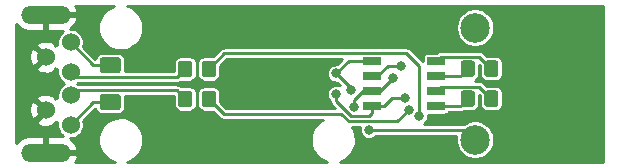
<source format=gbr>
%TF.GenerationSoftware,KiCad,Pcbnew,(5.1.0)-1*%
%TF.CreationDate,2024-04-08T09:54:17+02:00*%
%TF.ProjectId,USB-UART_RS422,5553422d-5541-4525-945f-52533432322e,rev?*%
%TF.SameCoordinates,Original*%
%TF.FileFunction,Copper,L2,Bot*%
%TF.FilePolarity,Positive*%
%FSLAX46Y46*%
G04 Gerber Fmt 4.6, Leading zero omitted, Abs format (unit mm)*
G04 Created by KiCad (PCBNEW (5.1.0)-1) date 2024-04-08 09:54:17*
%MOMM*%
%LPD*%
G04 APERTURE LIST*
%TA.AperFunction,Conductor*%
%ADD10C,0.100000*%
%TD*%
%TA.AperFunction,SMDPad,CuDef*%
%ADD11C,1.200000*%
%TD*%
%TA.AperFunction,SMDPad,CuDef*%
%ADD12C,1.325000*%
%TD*%
%TA.AperFunction,SMDPad,CuDef*%
%ADD13R,1.525000X0.650000*%
%TD*%
%TA.AperFunction,ComponentPad*%
%ADD14C,2.500000*%
%TD*%
%TA.AperFunction,ComponentPad*%
%ADD15C,1.524000*%
%TD*%
%TA.AperFunction,ComponentPad*%
%ADD16O,4.200000X1.524000*%
%TD*%
%TA.AperFunction,ViaPad*%
%ADD17C,0.800000*%
%TD*%
%TA.AperFunction,Conductor*%
%ADD18C,0.250000*%
%TD*%
%TA.AperFunction,Conductor*%
%ADD19C,0.254000*%
%TD*%
G04 APERTURE END LIST*
D10*
%TO.N,Net-(IC1-Pad7)*%
%TO.C,R3*%
G36*
X150754505Y-96571204D02*
G01*
X150778773Y-96574804D01*
X150802572Y-96580765D01*
X150825671Y-96589030D01*
X150847850Y-96599520D01*
X150868893Y-96612132D01*
X150888599Y-96626747D01*
X150906777Y-96643223D01*
X150923253Y-96661401D01*
X150937868Y-96681107D01*
X150950480Y-96702150D01*
X150960970Y-96724329D01*
X150969235Y-96747428D01*
X150975196Y-96771227D01*
X150978796Y-96795495D01*
X150980000Y-96819999D01*
X150980000Y-97720001D01*
X150978796Y-97744505D01*
X150975196Y-97768773D01*
X150969235Y-97792572D01*
X150960970Y-97815671D01*
X150950480Y-97837850D01*
X150937868Y-97858893D01*
X150923253Y-97878599D01*
X150906777Y-97896777D01*
X150888599Y-97913253D01*
X150868893Y-97927868D01*
X150847850Y-97940480D01*
X150825671Y-97950970D01*
X150802572Y-97959235D01*
X150778773Y-97965196D01*
X150754505Y-97968796D01*
X150730001Y-97970000D01*
X150029999Y-97970000D01*
X150005495Y-97968796D01*
X149981227Y-97965196D01*
X149957428Y-97959235D01*
X149934329Y-97950970D01*
X149912150Y-97940480D01*
X149891107Y-97927868D01*
X149871401Y-97913253D01*
X149853223Y-97896777D01*
X149836747Y-97878599D01*
X149822132Y-97858893D01*
X149809520Y-97837850D01*
X149799030Y-97815671D01*
X149790765Y-97792572D01*
X149784804Y-97768773D01*
X149781204Y-97744505D01*
X149780000Y-97720001D01*
X149780000Y-96819999D01*
X149781204Y-96795495D01*
X149784804Y-96771227D01*
X149790765Y-96747428D01*
X149799030Y-96724329D01*
X149809520Y-96702150D01*
X149822132Y-96681107D01*
X149836747Y-96661401D01*
X149853223Y-96643223D01*
X149871401Y-96626747D01*
X149891107Y-96612132D01*
X149912150Y-96599520D01*
X149934329Y-96589030D01*
X149957428Y-96580765D01*
X149981227Y-96574804D01*
X150005495Y-96571204D01*
X150029999Y-96570000D01*
X150730001Y-96570000D01*
X150754505Y-96571204D01*
X150754505Y-96571204D01*
G37*
D11*
%TD*%
%TO.P,R3,2*%
%TO.N,Net-(IC1-Pad7)*%
X150380000Y-97270000D03*
D10*
%TO.N,Net-(IC1-Pad8)*%
%TO.C,R3*%
G36*
X148754505Y-96571204D02*
G01*
X148778773Y-96574804D01*
X148802572Y-96580765D01*
X148825671Y-96589030D01*
X148847850Y-96599520D01*
X148868893Y-96612132D01*
X148888599Y-96626747D01*
X148906777Y-96643223D01*
X148923253Y-96661401D01*
X148937868Y-96681107D01*
X148950480Y-96702150D01*
X148960970Y-96724329D01*
X148969235Y-96747428D01*
X148975196Y-96771227D01*
X148978796Y-96795495D01*
X148980000Y-96819999D01*
X148980000Y-97720001D01*
X148978796Y-97744505D01*
X148975196Y-97768773D01*
X148969235Y-97792572D01*
X148960970Y-97815671D01*
X148950480Y-97837850D01*
X148937868Y-97858893D01*
X148923253Y-97878599D01*
X148906777Y-97896777D01*
X148888599Y-97913253D01*
X148868893Y-97927868D01*
X148847850Y-97940480D01*
X148825671Y-97950970D01*
X148802572Y-97959235D01*
X148778773Y-97965196D01*
X148754505Y-97968796D01*
X148730001Y-97970000D01*
X148029999Y-97970000D01*
X148005495Y-97968796D01*
X147981227Y-97965196D01*
X147957428Y-97959235D01*
X147934329Y-97950970D01*
X147912150Y-97940480D01*
X147891107Y-97927868D01*
X147871401Y-97913253D01*
X147853223Y-97896777D01*
X147836747Y-97878599D01*
X147822132Y-97858893D01*
X147809520Y-97837850D01*
X147799030Y-97815671D01*
X147790765Y-97792572D01*
X147784804Y-97768773D01*
X147781204Y-97744505D01*
X147780000Y-97720001D01*
X147780000Y-96819999D01*
X147781204Y-96795495D01*
X147784804Y-96771227D01*
X147790765Y-96747428D01*
X147799030Y-96724329D01*
X147809520Y-96702150D01*
X147822132Y-96681107D01*
X147836747Y-96661401D01*
X147853223Y-96643223D01*
X147871401Y-96626747D01*
X147891107Y-96612132D01*
X147912150Y-96599520D01*
X147934329Y-96589030D01*
X147957428Y-96580765D01*
X147981227Y-96574804D01*
X148005495Y-96571204D01*
X148029999Y-96570000D01*
X148730001Y-96570000D01*
X148754505Y-96571204D01*
X148754505Y-96571204D01*
G37*
D11*
%TD*%
%TO.P,R3,1*%
%TO.N,Net-(IC1-Pad8)*%
X148380000Y-97270000D03*
D10*
%TO.N,Net-(C0-Pad1)*%
%TO.C,C0*%
G36*
X118784506Y-96901204D02*
G01*
X118808774Y-96904804D01*
X118832573Y-96910765D01*
X118855672Y-96919030D01*
X118877850Y-96929519D01*
X118898893Y-96942132D01*
X118918599Y-96956747D01*
X118936777Y-96973223D01*
X118953253Y-96991401D01*
X118967868Y-97011107D01*
X118980481Y-97032150D01*
X118990970Y-97054328D01*
X118999235Y-97077427D01*
X119005196Y-97101226D01*
X119008796Y-97125494D01*
X119010000Y-97149998D01*
X119010000Y-97975002D01*
X119008796Y-97999506D01*
X119005196Y-98023774D01*
X118999235Y-98047573D01*
X118990970Y-98070672D01*
X118980481Y-98092850D01*
X118967868Y-98113893D01*
X118953253Y-98133599D01*
X118936777Y-98151777D01*
X118918599Y-98168253D01*
X118898893Y-98182868D01*
X118877850Y-98195481D01*
X118855672Y-98205970D01*
X118832573Y-98214235D01*
X118808774Y-98220196D01*
X118784506Y-98223796D01*
X118760002Y-98225000D01*
X117459998Y-98225000D01*
X117435494Y-98223796D01*
X117411226Y-98220196D01*
X117387427Y-98214235D01*
X117364328Y-98205970D01*
X117342150Y-98195481D01*
X117321107Y-98182868D01*
X117301401Y-98168253D01*
X117283223Y-98151777D01*
X117266747Y-98133599D01*
X117252132Y-98113893D01*
X117239519Y-98092850D01*
X117229030Y-98070672D01*
X117220765Y-98047573D01*
X117214804Y-98023774D01*
X117211204Y-97999506D01*
X117210000Y-97975002D01*
X117210000Y-97149998D01*
X117211204Y-97125494D01*
X117214804Y-97101226D01*
X117220765Y-97077427D01*
X117229030Y-97054328D01*
X117239519Y-97032150D01*
X117252132Y-97011107D01*
X117266747Y-96991401D01*
X117283223Y-96973223D01*
X117301401Y-96956747D01*
X117321107Y-96942132D01*
X117342150Y-96929519D01*
X117364328Y-96919030D01*
X117387427Y-96910765D01*
X117411226Y-96904804D01*
X117435494Y-96901204D01*
X117459998Y-96900000D01*
X118760002Y-96900000D01*
X118784506Y-96901204D01*
X118784506Y-96901204D01*
G37*
D12*
%TD*%
%TO.P,C0,1*%
%TO.N,Net-(C0-Pad1)*%
X118110000Y-97562500D03*
D10*
%TO.N,GND*%
%TO.C,C0*%
G36*
X118784506Y-93776204D02*
G01*
X118808774Y-93779804D01*
X118832573Y-93785765D01*
X118855672Y-93794030D01*
X118877850Y-93804519D01*
X118898893Y-93817132D01*
X118918599Y-93831747D01*
X118936777Y-93848223D01*
X118953253Y-93866401D01*
X118967868Y-93886107D01*
X118980481Y-93907150D01*
X118990970Y-93929328D01*
X118999235Y-93952427D01*
X119005196Y-93976226D01*
X119008796Y-94000494D01*
X119010000Y-94024998D01*
X119010000Y-94850002D01*
X119008796Y-94874506D01*
X119005196Y-94898774D01*
X118999235Y-94922573D01*
X118990970Y-94945672D01*
X118980481Y-94967850D01*
X118967868Y-94988893D01*
X118953253Y-95008599D01*
X118936777Y-95026777D01*
X118918599Y-95043253D01*
X118898893Y-95057868D01*
X118877850Y-95070481D01*
X118855672Y-95080970D01*
X118832573Y-95089235D01*
X118808774Y-95095196D01*
X118784506Y-95098796D01*
X118760002Y-95100000D01*
X117459998Y-95100000D01*
X117435494Y-95098796D01*
X117411226Y-95095196D01*
X117387427Y-95089235D01*
X117364328Y-95080970D01*
X117342150Y-95070481D01*
X117321107Y-95057868D01*
X117301401Y-95043253D01*
X117283223Y-95026777D01*
X117266747Y-95008599D01*
X117252132Y-94988893D01*
X117239519Y-94967850D01*
X117229030Y-94945672D01*
X117220765Y-94922573D01*
X117214804Y-94898774D01*
X117211204Y-94874506D01*
X117210000Y-94850002D01*
X117210000Y-94024998D01*
X117211204Y-94000494D01*
X117214804Y-93976226D01*
X117220765Y-93952427D01*
X117229030Y-93929328D01*
X117239519Y-93907150D01*
X117252132Y-93886107D01*
X117266747Y-93866401D01*
X117283223Y-93848223D01*
X117301401Y-93831747D01*
X117321107Y-93817132D01*
X117342150Y-93804519D01*
X117364328Y-93794030D01*
X117387427Y-93785765D01*
X117411226Y-93779804D01*
X117435494Y-93776204D01*
X117459998Y-93775000D01*
X118760002Y-93775000D01*
X118784506Y-93776204D01*
X118784506Y-93776204D01*
G37*
D12*
%TD*%
%TO.P,C0,2*%
%TO.N,GND*%
X118110000Y-94437500D03*
D13*
%TO.P,IC1,1*%
%TO.N,/3.3V*%
X140288000Y-97905000D03*
%TO.P,IC1,2*%
%TO.N,Net-(IC0-Pad4)*%
X140288000Y-96635000D03*
%TO.P,IC1,3*%
%TO.N,Net-(IC0-Pad20)*%
X140288000Y-95365000D03*
%TO.P,IC1,4*%
%TO.N,GND*%
X140288000Y-94095000D03*
%TO.P,IC1,5*%
%TO.N,Net-(IC1-Pad5)*%
X145712000Y-94095000D03*
%TO.P,IC1,6*%
%TO.N,Net-(IC1-Pad6)*%
X145712000Y-95365000D03*
%TO.P,IC1,7*%
%TO.N,Net-(IC1-Pad7)*%
X145712000Y-96635000D03*
%TO.P,IC1,8*%
%TO.N,Net-(IC1-Pad8)*%
X145712000Y-97905000D03*
%TD*%
D10*
%TO.N,Net-(IC0-Pad11)*%
%TO.C,R1*%
G36*
X126834505Y-94051204D02*
G01*
X126858773Y-94054804D01*
X126882572Y-94060765D01*
X126905671Y-94069030D01*
X126927850Y-94079520D01*
X126948893Y-94092132D01*
X126968599Y-94106747D01*
X126986777Y-94123223D01*
X127003253Y-94141401D01*
X127017868Y-94161107D01*
X127030480Y-94182150D01*
X127040970Y-94204329D01*
X127049235Y-94227428D01*
X127055196Y-94251227D01*
X127058796Y-94275495D01*
X127060000Y-94299999D01*
X127060000Y-95200001D01*
X127058796Y-95224505D01*
X127055196Y-95248773D01*
X127049235Y-95272572D01*
X127040970Y-95295671D01*
X127030480Y-95317850D01*
X127017868Y-95338893D01*
X127003253Y-95358599D01*
X126986777Y-95376777D01*
X126968599Y-95393253D01*
X126948893Y-95407868D01*
X126927850Y-95420480D01*
X126905671Y-95430970D01*
X126882572Y-95439235D01*
X126858773Y-95445196D01*
X126834505Y-95448796D01*
X126810001Y-95450000D01*
X126109999Y-95450000D01*
X126085495Y-95448796D01*
X126061227Y-95445196D01*
X126037428Y-95439235D01*
X126014329Y-95430970D01*
X125992150Y-95420480D01*
X125971107Y-95407868D01*
X125951401Y-95393253D01*
X125933223Y-95376777D01*
X125916747Y-95358599D01*
X125902132Y-95338893D01*
X125889520Y-95317850D01*
X125879030Y-95295671D01*
X125870765Y-95272572D01*
X125864804Y-95248773D01*
X125861204Y-95224505D01*
X125860000Y-95200001D01*
X125860000Y-94299999D01*
X125861204Y-94275495D01*
X125864804Y-94251227D01*
X125870765Y-94227428D01*
X125879030Y-94204329D01*
X125889520Y-94182150D01*
X125902132Y-94161107D01*
X125916747Y-94141401D01*
X125933223Y-94123223D01*
X125951401Y-94106747D01*
X125971107Y-94092132D01*
X125992150Y-94079520D01*
X126014329Y-94069030D01*
X126037428Y-94060765D01*
X126061227Y-94054804D01*
X126085495Y-94051204D01*
X126109999Y-94050000D01*
X126810001Y-94050000D01*
X126834505Y-94051204D01*
X126834505Y-94051204D01*
G37*
D11*
%TD*%
%TO.P,R1,1*%
%TO.N,Net-(IC0-Pad11)*%
X126460000Y-94750000D03*
D10*
%TO.N,/D+*%
%TO.C,R1*%
G36*
X124834505Y-94051204D02*
G01*
X124858773Y-94054804D01*
X124882572Y-94060765D01*
X124905671Y-94069030D01*
X124927850Y-94079520D01*
X124948893Y-94092132D01*
X124968599Y-94106747D01*
X124986777Y-94123223D01*
X125003253Y-94141401D01*
X125017868Y-94161107D01*
X125030480Y-94182150D01*
X125040970Y-94204329D01*
X125049235Y-94227428D01*
X125055196Y-94251227D01*
X125058796Y-94275495D01*
X125060000Y-94299999D01*
X125060000Y-95200001D01*
X125058796Y-95224505D01*
X125055196Y-95248773D01*
X125049235Y-95272572D01*
X125040970Y-95295671D01*
X125030480Y-95317850D01*
X125017868Y-95338893D01*
X125003253Y-95358599D01*
X124986777Y-95376777D01*
X124968599Y-95393253D01*
X124948893Y-95407868D01*
X124927850Y-95420480D01*
X124905671Y-95430970D01*
X124882572Y-95439235D01*
X124858773Y-95445196D01*
X124834505Y-95448796D01*
X124810001Y-95450000D01*
X124109999Y-95450000D01*
X124085495Y-95448796D01*
X124061227Y-95445196D01*
X124037428Y-95439235D01*
X124014329Y-95430970D01*
X123992150Y-95420480D01*
X123971107Y-95407868D01*
X123951401Y-95393253D01*
X123933223Y-95376777D01*
X123916747Y-95358599D01*
X123902132Y-95338893D01*
X123889520Y-95317850D01*
X123879030Y-95295671D01*
X123870765Y-95272572D01*
X123864804Y-95248773D01*
X123861204Y-95224505D01*
X123860000Y-95200001D01*
X123860000Y-94299999D01*
X123861204Y-94275495D01*
X123864804Y-94251227D01*
X123870765Y-94227428D01*
X123879030Y-94204329D01*
X123889520Y-94182150D01*
X123902132Y-94161107D01*
X123916747Y-94141401D01*
X123933223Y-94123223D01*
X123951401Y-94106747D01*
X123971107Y-94092132D01*
X123992150Y-94079520D01*
X124014329Y-94069030D01*
X124037428Y-94060765D01*
X124061227Y-94054804D01*
X124085495Y-94051204D01*
X124109999Y-94050000D01*
X124810001Y-94050000D01*
X124834505Y-94051204D01*
X124834505Y-94051204D01*
G37*
D11*
%TD*%
%TO.P,R1,2*%
%TO.N,/D+*%
X124460000Y-94750000D03*
D10*
%TO.N,Net-(IC0-Pad12)*%
%TO.C,R2*%
G36*
X126834505Y-96591204D02*
G01*
X126858773Y-96594804D01*
X126882572Y-96600765D01*
X126905671Y-96609030D01*
X126927850Y-96619520D01*
X126948893Y-96632132D01*
X126968599Y-96646747D01*
X126986777Y-96663223D01*
X127003253Y-96681401D01*
X127017868Y-96701107D01*
X127030480Y-96722150D01*
X127040970Y-96744329D01*
X127049235Y-96767428D01*
X127055196Y-96791227D01*
X127058796Y-96815495D01*
X127060000Y-96839999D01*
X127060000Y-97740001D01*
X127058796Y-97764505D01*
X127055196Y-97788773D01*
X127049235Y-97812572D01*
X127040970Y-97835671D01*
X127030480Y-97857850D01*
X127017868Y-97878893D01*
X127003253Y-97898599D01*
X126986777Y-97916777D01*
X126968599Y-97933253D01*
X126948893Y-97947868D01*
X126927850Y-97960480D01*
X126905671Y-97970970D01*
X126882572Y-97979235D01*
X126858773Y-97985196D01*
X126834505Y-97988796D01*
X126810001Y-97990000D01*
X126109999Y-97990000D01*
X126085495Y-97988796D01*
X126061227Y-97985196D01*
X126037428Y-97979235D01*
X126014329Y-97970970D01*
X125992150Y-97960480D01*
X125971107Y-97947868D01*
X125951401Y-97933253D01*
X125933223Y-97916777D01*
X125916747Y-97898599D01*
X125902132Y-97878893D01*
X125889520Y-97857850D01*
X125879030Y-97835671D01*
X125870765Y-97812572D01*
X125864804Y-97788773D01*
X125861204Y-97764505D01*
X125860000Y-97740001D01*
X125860000Y-96839999D01*
X125861204Y-96815495D01*
X125864804Y-96791227D01*
X125870765Y-96767428D01*
X125879030Y-96744329D01*
X125889520Y-96722150D01*
X125902132Y-96701107D01*
X125916747Y-96681401D01*
X125933223Y-96663223D01*
X125951401Y-96646747D01*
X125971107Y-96632132D01*
X125992150Y-96619520D01*
X126014329Y-96609030D01*
X126037428Y-96600765D01*
X126061227Y-96594804D01*
X126085495Y-96591204D01*
X126109999Y-96590000D01*
X126810001Y-96590000D01*
X126834505Y-96591204D01*
X126834505Y-96591204D01*
G37*
D11*
%TD*%
%TO.P,R2,1*%
%TO.N,Net-(IC0-Pad12)*%
X126460000Y-97290000D03*
D10*
%TO.N,/D-*%
%TO.C,R2*%
G36*
X124834505Y-96591204D02*
G01*
X124858773Y-96594804D01*
X124882572Y-96600765D01*
X124905671Y-96609030D01*
X124927850Y-96619520D01*
X124948893Y-96632132D01*
X124968599Y-96646747D01*
X124986777Y-96663223D01*
X125003253Y-96681401D01*
X125017868Y-96701107D01*
X125030480Y-96722150D01*
X125040970Y-96744329D01*
X125049235Y-96767428D01*
X125055196Y-96791227D01*
X125058796Y-96815495D01*
X125060000Y-96839999D01*
X125060000Y-97740001D01*
X125058796Y-97764505D01*
X125055196Y-97788773D01*
X125049235Y-97812572D01*
X125040970Y-97835671D01*
X125030480Y-97857850D01*
X125017868Y-97878893D01*
X125003253Y-97898599D01*
X124986777Y-97916777D01*
X124968599Y-97933253D01*
X124948893Y-97947868D01*
X124927850Y-97960480D01*
X124905671Y-97970970D01*
X124882572Y-97979235D01*
X124858773Y-97985196D01*
X124834505Y-97988796D01*
X124810001Y-97990000D01*
X124109999Y-97990000D01*
X124085495Y-97988796D01*
X124061227Y-97985196D01*
X124037428Y-97979235D01*
X124014329Y-97970970D01*
X123992150Y-97960480D01*
X123971107Y-97947868D01*
X123951401Y-97933253D01*
X123933223Y-97916777D01*
X123916747Y-97898599D01*
X123902132Y-97878893D01*
X123889520Y-97857850D01*
X123879030Y-97835671D01*
X123870765Y-97812572D01*
X123864804Y-97788773D01*
X123861204Y-97764505D01*
X123860000Y-97740001D01*
X123860000Y-96839999D01*
X123861204Y-96815495D01*
X123864804Y-96791227D01*
X123870765Y-96767428D01*
X123879030Y-96744329D01*
X123889520Y-96722150D01*
X123902132Y-96701107D01*
X123916747Y-96681401D01*
X123933223Y-96663223D01*
X123951401Y-96646747D01*
X123971107Y-96632132D01*
X123992150Y-96619520D01*
X124014329Y-96609030D01*
X124037428Y-96600765D01*
X124061227Y-96594804D01*
X124085495Y-96591204D01*
X124109999Y-96590000D01*
X124810001Y-96590000D01*
X124834505Y-96591204D01*
X124834505Y-96591204D01*
G37*
D11*
%TD*%
%TO.P,R2,2*%
%TO.N,/D-*%
X124460000Y-97290000D03*
D10*
%TO.N,Net-(IC1-Pad5)*%
%TO.C,R4*%
G36*
X150754505Y-94031204D02*
G01*
X150778773Y-94034804D01*
X150802572Y-94040765D01*
X150825671Y-94049030D01*
X150847850Y-94059520D01*
X150868893Y-94072132D01*
X150888599Y-94086747D01*
X150906777Y-94103223D01*
X150923253Y-94121401D01*
X150937868Y-94141107D01*
X150950480Y-94162150D01*
X150960970Y-94184329D01*
X150969235Y-94207428D01*
X150975196Y-94231227D01*
X150978796Y-94255495D01*
X150980000Y-94279999D01*
X150980000Y-95180001D01*
X150978796Y-95204505D01*
X150975196Y-95228773D01*
X150969235Y-95252572D01*
X150960970Y-95275671D01*
X150950480Y-95297850D01*
X150937868Y-95318893D01*
X150923253Y-95338599D01*
X150906777Y-95356777D01*
X150888599Y-95373253D01*
X150868893Y-95387868D01*
X150847850Y-95400480D01*
X150825671Y-95410970D01*
X150802572Y-95419235D01*
X150778773Y-95425196D01*
X150754505Y-95428796D01*
X150730001Y-95430000D01*
X150029999Y-95430000D01*
X150005495Y-95428796D01*
X149981227Y-95425196D01*
X149957428Y-95419235D01*
X149934329Y-95410970D01*
X149912150Y-95400480D01*
X149891107Y-95387868D01*
X149871401Y-95373253D01*
X149853223Y-95356777D01*
X149836747Y-95338599D01*
X149822132Y-95318893D01*
X149809520Y-95297850D01*
X149799030Y-95275671D01*
X149790765Y-95252572D01*
X149784804Y-95228773D01*
X149781204Y-95204505D01*
X149780000Y-95180001D01*
X149780000Y-94279999D01*
X149781204Y-94255495D01*
X149784804Y-94231227D01*
X149790765Y-94207428D01*
X149799030Y-94184329D01*
X149809520Y-94162150D01*
X149822132Y-94141107D01*
X149836747Y-94121401D01*
X149853223Y-94103223D01*
X149871401Y-94086747D01*
X149891107Y-94072132D01*
X149912150Y-94059520D01*
X149934329Y-94049030D01*
X149957428Y-94040765D01*
X149981227Y-94034804D01*
X150005495Y-94031204D01*
X150029999Y-94030000D01*
X150730001Y-94030000D01*
X150754505Y-94031204D01*
X150754505Y-94031204D01*
G37*
D11*
%TD*%
%TO.P,R4,2*%
%TO.N,Net-(IC1-Pad5)*%
X150380000Y-94730000D03*
D10*
%TO.N,Net-(IC1-Pad6)*%
%TO.C,R4*%
G36*
X148754505Y-94031204D02*
G01*
X148778773Y-94034804D01*
X148802572Y-94040765D01*
X148825671Y-94049030D01*
X148847850Y-94059520D01*
X148868893Y-94072132D01*
X148888599Y-94086747D01*
X148906777Y-94103223D01*
X148923253Y-94121401D01*
X148937868Y-94141107D01*
X148950480Y-94162150D01*
X148960970Y-94184329D01*
X148969235Y-94207428D01*
X148975196Y-94231227D01*
X148978796Y-94255495D01*
X148980000Y-94279999D01*
X148980000Y-95180001D01*
X148978796Y-95204505D01*
X148975196Y-95228773D01*
X148969235Y-95252572D01*
X148960970Y-95275671D01*
X148950480Y-95297850D01*
X148937868Y-95318893D01*
X148923253Y-95338599D01*
X148906777Y-95356777D01*
X148888599Y-95373253D01*
X148868893Y-95387868D01*
X148847850Y-95400480D01*
X148825671Y-95410970D01*
X148802572Y-95419235D01*
X148778773Y-95425196D01*
X148754505Y-95428796D01*
X148730001Y-95430000D01*
X148029999Y-95430000D01*
X148005495Y-95428796D01*
X147981227Y-95425196D01*
X147957428Y-95419235D01*
X147934329Y-95410970D01*
X147912150Y-95400480D01*
X147891107Y-95387868D01*
X147871401Y-95373253D01*
X147853223Y-95356777D01*
X147836747Y-95338599D01*
X147822132Y-95318893D01*
X147809520Y-95297850D01*
X147799030Y-95275671D01*
X147790765Y-95252572D01*
X147784804Y-95228773D01*
X147781204Y-95204505D01*
X147780000Y-95180001D01*
X147780000Y-94279999D01*
X147781204Y-94255495D01*
X147784804Y-94231227D01*
X147790765Y-94207428D01*
X147799030Y-94184329D01*
X147809520Y-94162150D01*
X147822132Y-94141107D01*
X147836747Y-94121401D01*
X147853223Y-94103223D01*
X147871401Y-94086747D01*
X147891107Y-94072132D01*
X147912150Y-94059520D01*
X147934329Y-94049030D01*
X147957428Y-94040765D01*
X147981227Y-94034804D01*
X148005495Y-94031204D01*
X148029999Y-94030000D01*
X148730001Y-94030000D01*
X148754505Y-94031204D01*
X148754505Y-94031204D01*
G37*
D11*
%TD*%
%TO.P,R4,1*%
%TO.N,Net-(IC1-Pad6)*%
X148380000Y-94730000D03*
D14*
%TO.P,RX0,1*%
%TO.N,Net-(IC0-Pad4)*%
X149000000Y-100750000D03*
%TD*%
%TO.P,TX0,1*%
%TO.N,Net-(IC0-Pad20)*%
X149000000Y-91250000D03*
%TD*%
D15*
%TO.P,U0,3*%
%TO.N,/D+*%
X114750000Y-95000000D03*
%TO.P,U0,2*%
%TO.N,/D-*%
X114750000Y-97000000D03*
%TO.P,U0,4*%
%TO.N,GND*%
X114750000Y-92500000D03*
%TO.P,U0,1*%
%TO.N,Net-(C0-Pad1)*%
X114750000Y-99500000D03*
%TO.P,U0,5*%
%TO.N,/SHIELD*%
X112650000Y-93750000D03*
X112650000Y-98250000D03*
D16*
X112650000Y-101850000D03*
X112650000Y-90150000D03*
%TD*%
D17*
%TO.N,GND*%
X137250000Y-95137500D03*
X138500000Y-96500000D03*
%TO.N,/3.3V*%
X137250000Y-96862500D03*
X143093123Y-97249524D03*
%TO.N,Net-(IC0-Pad4)*%
X142044142Y-95544142D03*
X140000000Y-99908190D03*
X138772669Y-97977331D03*
%TO.N,Net-(IC0-Pad11)*%
X144250000Y-98750000D03*
%TO.N,Net-(IC0-Pad12)*%
X143417948Y-98195299D03*
%TO.N,Net-(IC0-Pad20)*%
X142750000Y-94500000D03*
%TO.N,Net-(IC1-Pad5)*%
X150380000Y-94730000D03*
%TO.N,Net-(IC1-Pad6)*%
X148380000Y-94730000D03*
%TO.N,/SHIELD*%
X126500000Y-93250000D03*
%TO.N,Net-(IC1-Pad7)*%
X150380000Y-97270000D03*
%TO.N,Net-(IC1-Pad8)*%
X148380000Y-97270000D03*
%TD*%
D18*
%TO.N,Net-(C0-Pad1)*%
X116687500Y-97562500D02*
X114750000Y-99500000D01*
X118110000Y-97562500D02*
X116687500Y-97562500D01*
%TO.N,GND*%
X116687500Y-94437500D02*
X114750000Y-92500000D01*
X118110000Y-94437500D02*
X116687500Y-94437500D01*
X138292500Y-94095000D02*
X137250000Y-95137500D01*
X140288000Y-94095000D02*
X138292500Y-94095000D01*
X138500000Y-96387500D02*
X137250000Y-95137500D01*
X138500000Y-96500000D02*
X138500000Y-96387500D01*
%TO.N,/3.3V*%
X141955976Y-97249524D02*
X143093123Y-97249524D01*
X141300500Y-97905000D02*
X141955976Y-97249524D01*
X140288000Y-97905000D02*
X141300500Y-97905000D01*
X140288000Y-98480000D02*
X140034821Y-98733179D01*
X140288000Y-97905000D02*
X140288000Y-98480000D01*
X137250000Y-97479968D02*
X137250000Y-96862500D01*
X138503211Y-98733179D02*
X137250000Y-97479968D01*
X140034821Y-98733179D02*
X138503211Y-98733179D01*
%TO.N,/D+*%
X115175010Y-95425010D02*
X114750000Y-95000000D01*
X123784990Y-95425010D02*
X115175010Y-95425010D01*
X124460000Y-94750000D02*
X123784990Y-95425010D01*
%TO.N,/D-*%
X115175010Y-96574990D02*
X114750000Y-97000000D01*
X123744990Y-96574990D02*
X115175010Y-96574990D01*
X124460000Y-97290000D02*
X123744990Y-96574990D01*
%TO.N,Net-(IC0-Pad4)*%
X140953284Y-96635000D02*
X142044142Y-95544142D01*
X140288000Y-96635000D02*
X140953284Y-96635000D01*
X148158190Y-99908190D02*
X149000000Y-100750000D01*
X140000000Y-99908190D02*
X148158190Y-99908190D01*
X139549315Y-96635000D02*
X140288000Y-96635000D01*
X138772669Y-97411646D02*
X139549315Y-96635000D01*
X138772669Y-97977331D02*
X138772669Y-97411646D01*
%TO.N,Net-(IC0-Pad11)*%
X127765001Y-93444999D02*
X126460000Y-94750000D01*
X143194999Y-93444999D02*
X127765001Y-93444999D01*
X144250000Y-94500000D02*
X143194999Y-93444999D01*
X144250000Y-98750000D02*
X144250000Y-94500000D01*
%TO.N,Net-(IC0-Pad12)*%
X127725001Y-98555001D02*
X126460000Y-97290000D01*
X137688623Y-98555001D02*
X127725001Y-98555001D01*
X142430058Y-99183189D02*
X138316811Y-99183189D01*
X138316811Y-99183189D02*
X137688623Y-98555001D01*
X143417948Y-98195299D02*
X142430058Y-99183189D01*
%TO.N,Net-(IC0-Pad20)*%
X141590500Y-94500000D02*
X142750000Y-94500000D01*
X140725500Y-95365000D02*
X141590500Y-94500000D01*
X140288000Y-95365000D02*
X140725500Y-95365000D01*
%TO.N,Net-(IC1-Pad5)*%
X149354990Y-93704990D02*
X150380000Y-94730000D01*
X146102010Y-93704990D02*
X149354990Y-93704990D01*
X145712000Y-94095000D02*
X146102010Y-93704990D01*
%TO.N,Net-(IC1-Pad6)*%
X147745000Y-95365000D02*
X148380000Y-94730000D01*
X145712000Y-95365000D02*
X147745000Y-95365000D01*
%TO.N,Net-(IC1-Pad7)*%
X149354990Y-96244990D02*
X150380000Y-97270000D01*
X146102010Y-96244990D02*
X149354990Y-96244990D01*
X145712000Y-96635000D02*
X146102010Y-96244990D01*
%TO.N,Net-(IC1-Pad8)*%
X147745000Y-97905000D02*
X148380000Y-97270000D01*
X145712000Y-97905000D02*
X147745000Y-97905000D01*
%TD*%
D19*
%TO.N,/SHIELD*%
G36*
X118228928Y-89485085D02*
G01*
X117900806Y-89668467D01*
X117614552Y-89912088D01*
X117381069Y-90206670D01*
X117209250Y-90540992D01*
X117105641Y-90902320D01*
X117074188Y-91276891D01*
X117116088Y-91650438D01*
X117229745Y-92008732D01*
X117410831Y-92338126D01*
X117652448Y-92626074D01*
X117945393Y-92861608D01*
X118278508Y-93035756D01*
X118639104Y-93141885D01*
X119013446Y-93175953D01*
X119387276Y-93136662D01*
X119746355Y-93025508D01*
X120077006Y-92846726D01*
X120366633Y-92607125D01*
X120604206Y-92315832D01*
X120780676Y-91983942D01*
X120889320Y-91624095D01*
X120926000Y-91250000D01*
X120925249Y-91196223D01*
X120911750Y-91089360D01*
X147369000Y-91089360D01*
X147369000Y-91410640D01*
X147431678Y-91725745D01*
X147554626Y-92022568D01*
X147733119Y-92289702D01*
X147960298Y-92516881D01*
X148227432Y-92695374D01*
X148524255Y-92818322D01*
X148839360Y-92881000D01*
X149160640Y-92881000D01*
X149475745Y-92818322D01*
X149772568Y-92695374D01*
X150039702Y-92516881D01*
X150266881Y-92289702D01*
X150445374Y-92022568D01*
X150568322Y-91725745D01*
X150631000Y-91410640D01*
X150631000Y-91089360D01*
X150568322Y-90774255D01*
X150445374Y-90477432D01*
X150266881Y-90210298D01*
X150039702Y-89983119D01*
X149772568Y-89804626D01*
X149475745Y-89681678D01*
X149160640Y-89619000D01*
X148839360Y-89619000D01*
X148524255Y-89681678D01*
X148227432Y-89804626D01*
X147960298Y-89983119D01*
X147733119Y-90210298D01*
X147554626Y-90477432D01*
X147431678Y-90774255D01*
X147369000Y-91089360D01*
X120911750Y-91089360D01*
X120878138Y-90823298D01*
X120759489Y-90466625D01*
X120573821Y-90139791D01*
X120328207Y-89855245D01*
X120032002Y-89623824D01*
X119696489Y-89454344D01*
X119523340Y-89406000D01*
X159844001Y-89406000D01*
X159844000Y-102594000D01*
X137525094Y-102594000D01*
X137746355Y-102525508D01*
X138077006Y-102346726D01*
X138366633Y-102107125D01*
X138604206Y-101815832D01*
X138780676Y-101483942D01*
X138889320Y-101124095D01*
X138926000Y-100750000D01*
X138925249Y-100696223D01*
X138878138Y-100323298D01*
X138759489Y-99966625D01*
X138601883Y-99689189D01*
X139247261Y-99689189D01*
X139219000Y-99831268D01*
X139219000Y-99985112D01*
X139249013Y-100135999D01*
X139307887Y-100278132D01*
X139393358Y-100406049D01*
X139502141Y-100514832D01*
X139630058Y-100600303D01*
X139772191Y-100659177D01*
X139923078Y-100689190D01*
X140076922Y-100689190D01*
X140227809Y-100659177D01*
X140369942Y-100600303D01*
X140497859Y-100514832D01*
X140598501Y-100414190D01*
X147403843Y-100414190D01*
X147369000Y-100589360D01*
X147369000Y-100910640D01*
X147431678Y-101225745D01*
X147554626Y-101522568D01*
X147733119Y-101789702D01*
X147960298Y-102016881D01*
X148227432Y-102195374D01*
X148524255Y-102318322D01*
X148839360Y-102381000D01*
X149160640Y-102381000D01*
X149475745Y-102318322D01*
X149772568Y-102195374D01*
X150039702Y-102016881D01*
X150266881Y-101789702D01*
X150445374Y-101522568D01*
X150568322Y-101225745D01*
X150631000Y-100910640D01*
X150631000Y-100589360D01*
X150568322Y-100274255D01*
X150445374Y-99977432D01*
X150266881Y-99710298D01*
X150039702Y-99483119D01*
X149772568Y-99304626D01*
X149475745Y-99181678D01*
X149160640Y-99119000D01*
X148839360Y-99119000D01*
X148524255Y-99181678D01*
X148227432Y-99304626D01*
X148081417Y-99402190D01*
X144679691Y-99402190D01*
X144747859Y-99356642D01*
X144856642Y-99247859D01*
X144942113Y-99119942D01*
X145000987Y-98977809D01*
X145031000Y-98826922D01*
X145031000Y-98673078D01*
X145019019Y-98612843D01*
X146474500Y-98612843D01*
X146549189Y-98605487D01*
X146621008Y-98583701D01*
X146687196Y-98548322D01*
X146745211Y-98500711D01*
X146792822Y-98442696D01*
X146809764Y-98411000D01*
X147720154Y-98411000D01*
X147745000Y-98413447D01*
X147769846Y-98411000D01*
X147769854Y-98411000D01*
X147844193Y-98403678D01*
X147939575Y-98374745D01*
X147988244Y-98348730D01*
X148029999Y-98352843D01*
X148730001Y-98352843D01*
X148853462Y-98340683D01*
X148972179Y-98304671D01*
X149081589Y-98246190D01*
X149177488Y-98167488D01*
X149256190Y-98071589D01*
X149314671Y-97962179D01*
X149350683Y-97843462D01*
X149362843Y-97720001D01*
X149362843Y-96968434D01*
X149397157Y-97002748D01*
X149397157Y-97720001D01*
X149409317Y-97843462D01*
X149445329Y-97962179D01*
X149503810Y-98071589D01*
X149582512Y-98167488D01*
X149678411Y-98246190D01*
X149787821Y-98304671D01*
X149906538Y-98340683D01*
X150029999Y-98352843D01*
X150730001Y-98352843D01*
X150853462Y-98340683D01*
X150972179Y-98304671D01*
X151081589Y-98246190D01*
X151177488Y-98167488D01*
X151256190Y-98071589D01*
X151314671Y-97962179D01*
X151350683Y-97843462D01*
X151362843Y-97720001D01*
X151362843Y-96819999D01*
X151350683Y-96696538D01*
X151314671Y-96577821D01*
X151256190Y-96468411D01*
X151177488Y-96372512D01*
X151081589Y-96293810D01*
X150972179Y-96235329D01*
X150853462Y-96199317D01*
X150730001Y-96187157D01*
X150029999Y-96187157D01*
X150014295Y-96188704D01*
X149730366Y-95904775D01*
X149714517Y-95885463D01*
X149637469Y-95822231D01*
X149549565Y-95775245D01*
X149454183Y-95746312D01*
X149379844Y-95738990D01*
X149379836Y-95738990D01*
X149354990Y-95736543D01*
X149330144Y-95738990D01*
X149020225Y-95738990D01*
X149081589Y-95706190D01*
X149177488Y-95627488D01*
X149256190Y-95531589D01*
X149314671Y-95422179D01*
X149350683Y-95303462D01*
X149362843Y-95180001D01*
X149362843Y-94428434D01*
X149397157Y-94462748D01*
X149397157Y-95180001D01*
X149409317Y-95303462D01*
X149445329Y-95422179D01*
X149503810Y-95531589D01*
X149582512Y-95627488D01*
X149678411Y-95706190D01*
X149787821Y-95764671D01*
X149906538Y-95800683D01*
X150029999Y-95812843D01*
X150730001Y-95812843D01*
X150853462Y-95800683D01*
X150972179Y-95764671D01*
X151081589Y-95706190D01*
X151177488Y-95627488D01*
X151256190Y-95531589D01*
X151314671Y-95422179D01*
X151350683Y-95303462D01*
X151362843Y-95180001D01*
X151362843Y-94279999D01*
X151350683Y-94156538D01*
X151314671Y-94037821D01*
X151256190Y-93928411D01*
X151177488Y-93832512D01*
X151081589Y-93753810D01*
X150972179Y-93695329D01*
X150853462Y-93659317D01*
X150730001Y-93647157D01*
X150029999Y-93647157D01*
X150014295Y-93648704D01*
X149730366Y-93364775D01*
X149714517Y-93345463D01*
X149637469Y-93282231D01*
X149549565Y-93235245D01*
X149454183Y-93206312D01*
X149379844Y-93198990D01*
X149379836Y-93198990D01*
X149354990Y-93196543D01*
X149330144Y-93198990D01*
X146126855Y-93198990D01*
X146102009Y-93196543D01*
X146077163Y-93198990D01*
X146077156Y-93198990D01*
X146012704Y-93205338D01*
X146002816Y-93206312D01*
X145980617Y-93213046D01*
X145907435Y-93235245D01*
X145819531Y-93282231D01*
X145742483Y-93345463D01*
X145726638Y-93364770D01*
X145704251Y-93387157D01*
X144949500Y-93387157D01*
X144874811Y-93394513D01*
X144802992Y-93416299D01*
X144736804Y-93451678D01*
X144678789Y-93499289D01*
X144631178Y-93557304D01*
X144595799Y-93623492D01*
X144574013Y-93695311D01*
X144566657Y-93770000D01*
X144566657Y-94101065D01*
X143570375Y-93104784D01*
X143554526Y-93085472D01*
X143477478Y-93022240D01*
X143389574Y-92975254D01*
X143294192Y-92946321D01*
X143219853Y-92938999D01*
X143219845Y-92938999D01*
X143194999Y-92936552D01*
X143170153Y-92938999D01*
X127789846Y-92938999D01*
X127765000Y-92936552D01*
X127740154Y-92938999D01*
X127740147Y-92938999D01*
X127675695Y-92945347D01*
X127665807Y-92946321D01*
X127570426Y-92975254D01*
X127482522Y-93022240D01*
X127405474Y-93085472D01*
X127389629Y-93104779D01*
X126825705Y-93668704D01*
X126810001Y-93667157D01*
X126109999Y-93667157D01*
X125986538Y-93679317D01*
X125867821Y-93715329D01*
X125758411Y-93773810D01*
X125662512Y-93852512D01*
X125583810Y-93948411D01*
X125525329Y-94057821D01*
X125489317Y-94176538D01*
X125477157Y-94299999D01*
X125477157Y-95200001D01*
X125489317Y-95323462D01*
X125525329Y-95442179D01*
X125583810Y-95551589D01*
X125662512Y-95647488D01*
X125758411Y-95726190D01*
X125867821Y-95784671D01*
X125986538Y-95820683D01*
X126109999Y-95832843D01*
X126810001Y-95832843D01*
X126933462Y-95820683D01*
X127052179Y-95784671D01*
X127161589Y-95726190D01*
X127257488Y-95647488D01*
X127336190Y-95551589D01*
X127394671Y-95442179D01*
X127430683Y-95323462D01*
X127442843Y-95200001D01*
X127442843Y-94482748D01*
X127974593Y-93950999D01*
X137720909Y-93950999D01*
X137315409Y-94356500D01*
X137173078Y-94356500D01*
X137022191Y-94386513D01*
X136880058Y-94445387D01*
X136752141Y-94530858D01*
X136643358Y-94639641D01*
X136557887Y-94767558D01*
X136499013Y-94909691D01*
X136469000Y-95060578D01*
X136469000Y-95214422D01*
X136499013Y-95365309D01*
X136557887Y-95507442D01*
X136643358Y-95635359D01*
X136752141Y-95744142D01*
X136880058Y-95829613D01*
X137022191Y-95888487D01*
X137173078Y-95918500D01*
X137315409Y-95918500D01*
X137530068Y-96133160D01*
X137477809Y-96111513D01*
X137326922Y-96081500D01*
X137173078Y-96081500D01*
X137022191Y-96111513D01*
X136880058Y-96170387D01*
X136752141Y-96255858D01*
X136643358Y-96364641D01*
X136557887Y-96492558D01*
X136499013Y-96634691D01*
X136469000Y-96785578D01*
X136469000Y-96939422D01*
X136499013Y-97090309D01*
X136557887Y-97232442D01*
X136643358Y-97360359D01*
X136743473Y-97460474D01*
X136741553Y-97479968D01*
X136744000Y-97504814D01*
X136744000Y-97504821D01*
X136751322Y-97579160D01*
X136780255Y-97674542D01*
X136827241Y-97762447D01*
X136890473Y-97839495D01*
X136909785Y-97855344D01*
X137103442Y-98049001D01*
X127934593Y-98049001D01*
X127442843Y-97557252D01*
X127442843Y-96839999D01*
X127430683Y-96716538D01*
X127394671Y-96597821D01*
X127336190Y-96488411D01*
X127257488Y-96392512D01*
X127161589Y-96313810D01*
X127052179Y-96255329D01*
X126933462Y-96219317D01*
X126810001Y-96207157D01*
X126109999Y-96207157D01*
X125986538Y-96219317D01*
X125867821Y-96255329D01*
X125758411Y-96313810D01*
X125662512Y-96392512D01*
X125583810Y-96488411D01*
X125525329Y-96597821D01*
X125489317Y-96716538D01*
X125477157Y-96839999D01*
X125477157Y-97740001D01*
X125489317Y-97863462D01*
X125525329Y-97982179D01*
X125583810Y-98091589D01*
X125662512Y-98187488D01*
X125758411Y-98266190D01*
X125867821Y-98324671D01*
X125986538Y-98360683D01*
X126109999Y-98372843D01*
X126810001Y-98372843D01*
X126825705Y-98371296D01*
X127349629Y-98895221D01*
X127365474Y-98914528D01*
X127442522Y-98977760D01*
X127513422Y-99015657D01*
X127530426Y-99024746D01*
X127625808Y-99053679D01*
X127725001Y-99063449D01*
X127749855Y-99061001D01*
X136093093Y-99061001D01*
X135900806Y-99168467D01*
X135614552Y-99412088D01*
X135381069Y-99706670D01*
X135209250Y-100040992D01*
X135105641Y-100402320D01*
X135074188Y-100776891D01*
X135116088Y-101150438D01*
X135229745Y-101508732D01*
X135410831Y-101838126D01*
X135652448Y-102126074D01*
X135945393Y-102361608D01*
X136278508Y-102535756D01*
X136476404Y-102594000D01*
X119525094Y-102594000D01*
X119746355Y-102525508D01*
X120077006Y-102346726D01*
X120366633Y-102107125D01*
X120604206Y-101815832D01*
X120780676Y-101483942D01*
X120889320Y-101124095D01*
X120926000Y-100750000D01*
X120925249Y-100696223D01*
X120878138Y-100323298D01*
X120759489Y-99966625D01*
X120573821Y-99639791D01*
X120328207Y-99355245D01*
X120032002Y-99123824D01*
X119696489Y-98954344D01*
X119334446Y-98853260D01*
X118959665Y-98824422D01*
X118586420Y-98868929D01*
X118228928Y-98985085D01*
X117900806Y-99168467D01*
X117614552Y-99412088D01*
X117381069Y-99706670D01*
X117209250Y-100040992D01*
X117105641Y-100402320D01*
X117074188Y-100776891D01*
X117116088Y-101150438D01*
X117229745Y-101508732D01*
X117410831Y-101838126D01*
X117652448Y-102126074D01*
X117945393Y-102361608D01*
X118278508Y-102535756D01*
X118476404Y-102594000D01*
X115170232Y-102594000D01*
X115220122Y-102520535D01*
X115327262Y-102267276D01*
X115342220Y-102193070D01*
X115219720Y-101977000D01*
X112777000Y-101977000D01*
X112777000Y-101997000D01*
X112523000Y-101997000D01*
X112523000Y-101977000D01*
X112503000Y-101977000D01*
X112503000Y-101723000D01*
X112523000Y-101723000D01*
X112523000Y-100453000D01*
X111185000Y-100453000D01*
X110914899Y-100504619D01*
X110660058Y-100607941D01*
X110430271Y-100758994D01*
X110234368Y-100951974D01*
X110156000Y-101067373D01*
X110156000Y-98322017D01*
X111248090Y-98322017D01*
X111289078Y-98594133D01*
X111382364Y-98853023D01*
X111444344Y-98968980D01*
X111684435Y-99035960D01*
X112470395Y-98250000D01*
X111684435Y-97464040D01*
X111444344Y-97531020D01*
X111327244Y-97780048D01*
X111260977Y-98047135D01*
X111248090Y-98322017D01*
X110156000Y-98322017D01*
X110156000Y-93822017D01*
X111248090Y-93822017D01*
X111289078Y-94094133D01*
X111382364Y-94353023D01*
X111444344Y-94468980D01*
X111684435Y-94535960D01*
X112470395Y-93750000D01*
X111684435Y-92964040D01*
X111444344Y-93031020D01*
X111327244Y-93280048D01*
X111260977Y-93547135D01*
X111248090Y-93822017D01*
X110156000Y-93822017D01*
X110156000Y-92784435D01*
X111864040Y-92784435D01*
X112650000Y-93570395D01*
X112664143Y-93556253D01*
X112843748Y-93735858D01*
X112829605Y-93750000D01*
X112843748Y-93764143D01*
X112664143Y-93943748D01*
X112650000Y-93929605D01*
X111864040Y-94715565D01*
X111931020Y-94955656D01*
X112180048Y-95072756D01*
X112447135Y-95139023D01*
X112722017Y-95151910D01*
X112994133Y-95110922D01*
X113253023Y-95017636D01*
X113368980Y-94955656D01*
X113435959Y-94715567D01*
X113552369Y-94831977D01*
X113634333Y-94750013D01*
X113607000Y-94887424D01*
X113607000Y-95112576D01*
X113650925Y-95333401D01*
X113737087Y-95541413D01*
X113862174Y-95728620D01*
X114021380Y-95887826D01*
X114189261Y-96000000D01*
X114021380Y-96112174D01*
X113862174Y-96271380D01*
X113737087Y-96458587D01*
X113650925Y-96666599D01*
X113607000Y-96887424D01*
X113607000Y-97112576D01*
X113634333Y-97249987D01*
X113552369Y-97168023D01*
X113435959Y-97284433D01*
X113368980Y-97044344D01*
X113119952Y-96927244D01*
X112852865Y-96860977D01*
X112577983Y-96848090D01*
X112305867Y-96889078D01*
X112046977Y-96982364D01*
X111931020Y-97044344D01*
X111864040Y-97284435D01*
X112650000Y-98070395D01*
X112664143Y-98056253D01*
X112843748Y-98235858D01*
X112829605Y-98250000D01*
X112843748Y-98264143D01*
X112664143Y-98443748D01*
X112650000Y-98429605D01*
X111864040Y-99215565D01*
X111931020Y-99455656D01*
X112180048Y-99572756D01*
X112447135Y-99639023D01*
X112722017Y-99651910D01*
X112994133Y-99610922D01*
X113253023Y-99517636D01*
X113368980Y-99455656D01*
X113435959Y-99215567D01*
X113552369Y-99331977D01*
X113634333Y-99250013D01*
X113607000Y-99387424D01*
X113607000Y-99612576D01*
X113650925Y-99833401D01*
X113737087Y-100041413D01*
X113862174Y-100228620D01*
X114021380Y-100387826D01*
X114120491Y-100454049D01*
X114115000Y-100453000D01*
X112777000Y-100453000D01*
X112777000Y-101723000D01*
X115219720Y-101723000D01*
X115342220Y-101506930D01*
X115327262Y-101432724D01*
X115220122Y-101179465D01*
X115065632Y-100951974D01*
X114869729Y-100758994D01*
X114693275Y-100643000D01*
X114862576Y-100643000D01*
X115083401Y-100599075D01*
X115291413Y-100512913D01*
X115478620Y-100387826D01*
X115637826Y-100228620D01*
X115762913Y-100041413D01*
X115849075Y-99833401D01*
X115893000Y-99612576D01*
X115893000Y-99387424D01*
X115849075Y-99166599D01*
X115834406Y-99131185D01*
X116845790Y-98119802D01*
X116875329Y-98217180D01*
X116933810Y-98326590D01*
X117012512Y-98422488D01*
X117108410Y-98501190D01*
X117217820Y-98559671D01*
X117336537Y-98595683D01*
X117459998Y-98607843D01*
X118760002Y-98607843D01*
X118883463Y-98595683D01*
X119002180Y-98559671D01*
X119111590Y-98501190D01*
X119207488Y-98422488D01*
X119286190Y-98326590D01*
X119344671Y-98217180D01*
X119380683Y-98098463D01*
X119392843Y-97975002D01*
X119392843Y-97149998D01*
X119386046Y-97080990D01*
X123477157Y-97080990D01*
X123477157Y-97740001D01*
X123489317Y-97863462D01*
X123525329Y-97982179D01*
X123583810Y-98091589D01*
X123662512Y-98187488D01*
X123758411Y-98266190D01*
X123867821Y-98324671D01*
X123986538Y-98360683D01*
X124109999Y-98372843D01*
X124810001Y-98372843D01*
X124933462Y-98360683D01*
X125052179Y-98324671D01*
X125161589Y-98266190D01*
X125257488Y-98187488D01*
X125336190Y-98091589D01*
X125394671Y-97982179D01*
X125430683Y-97863462D01*
X125442843Y-97740001D01*
X125442843Y-96839999D01*
X125430683Y-96716538D01*
X125394671Y-96597821D01*
X125336190Y-96488411D01*
X125257488Y-96392512D01*
X125161589Y-96313810D01*
X125052179Y-96255329D01*
X124933462Y-96219317D01*
X124810001Y-96207157D01*
X124109999Y-96207157D01*
X124096068Y-96208529D01*
X124027469Y-96152231D01*
X123939565Y-96105245D01*
X123844183Y-96076312D01*
X123769844Y-96068990D01*
X123769836Y-96068990D01*
X123744990Y-96066543D01*
X123720144Y-96068990D01*
X115413990Y-96068990D01*
X115310739Y-96000000D01*
X115413990Y-95931010D01*
X123760144Y-95931010D01*
X123784990Y-95933457D01*
X123809836Y-95931010D01*
X123809844Y-95931010D01*
X123884183Y-95923688D01*
X123979565Y-95894755D01*
X124067469Y-95847769D01*
X124088265Y-95830702D01*
X124109999Y-95832843D01*
X124810001Y-95832843D01*
X124933462Y-95820683D01*
X125052179Y-95784671D01*
X125161589Y-95726190D01*
X125257488Y-95647488D01*
X125336190Y-95551589D01*
X125394671Y-95442179D01*
X125430683Y-95323462D01*
X125442843Y-95200001D01*
X125442843Y-94299999D01*
X125430683Y-94176538D01*
X125394671Y-94057821D01*
X125336190Y-93948411D01*
X125257488Y-93852512D01*
X125161589Y-93773810D01*
X125052179Y-93715329D01*
X124933462Y-93679317D01*
X124810001Y-93667157D01*
X124109999Y-93667157D01*
X123986538Y-93679317D01*
X123867821Y-93715329D01*
X123758411Y-93773810D01*
X123662512Y-93852512D01*
X123583810Y-93948411D01*
X123525329Y-94057821D01*
X123489317Y-94176538D01*
X123477157Y-94299999D01*
X123477157Y-94919010D01*
X119386046Y-94919010D01*
X119392843Y-94850002D01*
X119392843Y-94024998D01*
X119380683Y-93901537D01*
X119344671Y-93782820D01*
X119286190Y-93673410D01*
X119207488Y-93577512D01*
X119111590Y-93498810D01*
X119002180Y-93440329D01*
X118883463Y-93404317D01*
X118760002Y-93392157D01*
X117459998Y-93392157D01*
X117336537Y-93404317D01*
X117217820Y-93440329D01*
X117108410Y-93498810D01*
X117012512Y-93577512D01*
X116933810Y-93673410D01*
X116875329Y-93782820D01*
X116845790Y-93880198D01*
X115834406Y-92868815D01*
X115849075Y-92833401D01*
X115893000Y-92612576D01*
X115893000Y-92387424D01*
X115849075Y-92166599D01*
X115762913Y-91958587D01*
X115637826Y-91771380D01*
X115478620Y-91612174D01*
X115291413Y-91487087D01*
X115083401Y-91400925D01*
X114862576Y-91357000D01*
X114693275Y-91357000D01*
X114869729Y-91241006D01*
X115065632Y-91048026D01*
X115220122Y-90820535D01*
X115327262Y-90567276D01*
X115342220Y-90493070D01*
X115219720Y-90277000D01*
X112777000Y-90277000D01*
X112777000Y-91547000D01*
X114115000Y-91547000D01*
X114120491Y-91545951D01*
X114021380Y-91612174D01*
X113862174Y-91771380D01*
X113737087Y-91958587D01*
X113650925Y-92166599D01*
X113607000Y-92387424D01*
X113607000Y-92612576D01*
X113634333Y-92749987D01*
X113552369Y-92668023D01*
X113435959Y-92784433D01*
X113368980Y-92544344D01*
X113119952Y-92427244D01*
X112852865Y-92360977D01*
X112577983Y-92348090D01*
X112305867Y-92389078D01*
X112046977Y-92482364D01*
X111931020Y-92544344D01*
X111864040Y-92784435D01*
X110156000Y-92784435D01*
X110156000Y-90932627D01*
X110234368Y-91048026D01*
X110430271Y-91241006D01*
X110660058Y-91392059D01*
X110914899Y-91495381D01*
X111185000Y-91547000D01*
X112523000Y-91547000D01*
X112523000Y-90277000D01*
X112503000Y-90277000D01*
X112503000Y-90023000D01*
X112523000Y-90023000D01*
X112523000Y-90003000D01*
X112777000Y-90003000D01*
X112777000Y-90023000D01*
X115219720Y-90023000D01*
X115342220Y-89806930D01*
X115327262Y-89732724D01*
X115220122Y-89479465D01*
X115170232Y-89406000D01*
X118472327Y-89406000D01*
X118228928Y-89485085D01*
X118228928Y-89485085D01*
G37*
X118228928Y-89485085D02*
X117900806Y-89668467D01*
X117614552Y-89912088D01*
X117381069Y-90206670D01*
X117209250Y-90540992D01*
X117105641Y-90902320D01*
X117074188Y-91276891D01*
X117116088Y-91650438D01*
X117229745Y-92008732D01*
X117410831Y-92338126D01*
X117652448Y-92626074D01*
X117945393Y-92861608D01*
X118278508Y-93035756D01*
X118639104Y-93141885D01*
X119013446Y-93175953D01*
X119387276Y-93136662D01*
X119746355Y-93025508D01*
X120077006Y-92846726D01*
X120366633Y-92607125D01*
X120604206Y-92315832D01*
X120780676Y-91983942D01*
X120889320Y-91624095D01*
X120926000Y-91250000D01*
X120925249Y-91196223D01*
X120911750Y-91089360D01*
X147369000Y-91089360D01*
X147369000Y-91410640D01*
X147431678Y-91725745D01*
X147554626Y-92022568D01*
X147733119Y-92289702D01*
X147960298Y-92516881D01*
X148227432Y-92695374D01*
X148524255Y-92818322D01*
X148839360Y-92881000D01*
X149160640Y-92881000D01*
X149475745Y-92818322D01*
X149772568Y-92695374D01*
X150039702Y-92516881D01*
X150266881Y-92289702D01*
X150445374Y-92022568D01*
X150568322Y-91725745D01*
X150631000Y-91410640D01*
X150631000Y-91089360D01*
X150568322Y-90774255D01*
X150445374Y-90477432D01*
X150266881Y-90210298D01*
X150039702Y-89983119D01*
X149772568Y-89804626D01*
X149475745Y-89681678D01*
X149160640Y-89619000D01*
X148839360Y-89619000D01*
X148524255Y-89681678D01*
X148227432Y-89804626D01*
X147960298Y-89983119D01*
X147733119Y-90210298D01*
X147554626Y-90477432D01*
X147431678Y-90774255D01*
X147369000Y-91089360D01*
X120911750Y-91089360D01*
X120878138Y-90823298D01*
X120759489Y-90466625D01*
X120573821Y-90139791D01*
X120328207Y-89855245D01*
X120032002Y-89623824D01*
X119696489Y-89454344D01*
X119523340Y-89406000D01*
X159844001Y-89406000D01*
X159844000Y-102594000D01*
X137525094Y-102594000D01*
X137746355Y-102525508D01*
X138077006Y-102346726D01*
X138366633Y-102107125D01*
X138604206Y-101815832D01*
X138780676Y-101483942D01*
X138889320Y-101124095D01*
X138926000Y-100750000D01*
X138925249Y-100696223D01*
X138878138Y-100323298D01*
X138759489Y-99966625D01*
X138601883Y-99689189D01*
X139247261Y-99689189D01*
X139219000Y-99831268D01*
X139219000Y-99985112D01*
X139249013Y-100135999D01*
X139307887Y-100278132D01*
X139393358Y-100406049D01*
X139502141Y-100514832D01*
X139630058Y-100600303D01*
X139772191Y-100659177D01*
X139923078Y-100689190D01*
X140076922Y-100689190D01*
X140227809Y-100659177D01*
X140369942Y-100600303D01*
X140497859Y-100514832D01*
X140598501Y-100414190D01*
X147403843Y-100414190D01*
X147369000Y-100589360D01*
X147369000Y-100910640D01*
X147431678Y-101225745D01*
X147554626Y-101522568D01*
X147733119Y-101789702D01*
X147960298Y-102016881D01*
X148227432Y-102195374D01*
X148524255Y-102318322D01*
X148839360Y-102381000D01*
X149160640Y-102381000D01*
X149475745Y-102318322D01*
X149772568Y-102195374D01*
X150039702Y-102016881D01*
X150266881Y-101789702D01*
X150445374Y-101522568D01*
X150568322Y-101225745D01*
X150631000Y-100910640D01*
X150631000Y-100589360D01*
X150568322Y-100274255D01*
X150445374Y-99977432D01*
X150266881Y-99710298D01*
X150039702Y-99483119D01*
X149772568Y-99304626D01*
X149475745Y-99181678D01*
X149160640Y-99119000D01*
X148839360Y-99119000D01*
X148524255Y-99181678D01*
X148227432Y-99304626D01*
X148081417Y-99402190D01*
X144679691Y-99402190D01*
X144747859Y-99356642D01*
X144856642Y-99247859D01*
X144942113Y-99119942D01*
X145000987Y-98977809D01*
X145031000Y-98826922D01*
X145031000Y-98673078D01*
X145019019Y-98612843D01*
X146474500Y-98612843D01*
X146549189Y-98605487D01*
X146621008Y-98583701D01*
X146687196Y-98548322D01*
X146745211Y-98500711D01*
X146792822Y-98442696D01*
X146809764Y-98411000D01*
X147720154Y-98411000D01*
X147745000Y-98413447D01*
X147769846Y-98411000D01*
X147769854Y-98411000D01*
X147844193Y-98403678D01*
X147939575Y-98374745D01*
X147988244Y-98348730D01*
X148029999Y-98352843D01*
X148730001Y-98352843D01*
X148853462Y-98340683D01*
X148972179Y-98304671D01*
X149081589Y-98246190D01*
X149177488Y-98167488D01*
X149256190Y-98071589D01*
X149314671Y-97962179D01*
X149350683Y-97843462D01*
X149362843Y-97720001D01*
X149362843Y-96968434D01*
X149397157Y-97002748D01*
X149397157Y-97720001D01*
X149409317Y-97843462D01*
X149445329Y-97962179D01*
X149503810Y-98071589D01*
X149582512Y-98167488D01*
X149678411Y-98246190D01*
X149787821Y-98304671D01*
X149906538Y-98340683D01*
X150029999Y-98352843D01*
X150730001Y-98352843D01*
X150853462Y-98340683D01*
X150972179Y-98304671D01*
X151081589Y-98246190D01*
X151177488Y-98167488D01*
X151256190Y-98071589D01*
X151314671Y-97962179D01*
X151350683Y-97843462D01*
X151362843Y-97720001D01*
X151362843Y-96819999D01*
X151350683Y-96696538D01*
X151314671Y-96577821D01*
X151256190Y-96468411D01*
X151177488Y-96372512D01*
X151081589Y-96293810D01*
X150972179Y-96235329D01*
X150853462Y-96199317D01*
X150730001Y-96187157D01*
X150029999Y-96187157D01*
X150014295Y-96188704D01*
X149730366Y-95904775D01*
X149714517Y-95885463D01*
X149637469Y-95822231D01*
X149549565Y-95775245D01*
X149454183Y-95746312D01*
X149379844Y-95738990D01*
X149379836Y-95738990D01*
X149354990Y-95736543D01*
X149330144Y-95738990D01*
X149020225Y-95738990D01*
X149081589Y-95706190D01*
X149177488Y-95627488D01*
X149256190Y-95531589D01*
X149314671Y-95422179D01*
X149350683Y-95303462D01*
X149362843Y-95180001D01*
X149362843Y-94428434D01*
X149397157Y-94462748D01*
X149397157Y-95180001D01*
X149409317Y-95303462D01*
X149445329Y-95422179D01*
X149503810Y-95531589D01*
X149582512Y-95627488D01*
X149678411Y-95706190D01*
X149787821Y-95764671D01*
X149906538Y-95800683D01*
X150029999Y-95812843D01*
X150730001Y-95812843D01*
X150853462Y-95800683D01*
X150972179Y-95764671D01*
X151081589Y-95706190D01*
X151177488Y-95627488D01*
X151256190Y-95531589D01*
X151314671Y-95422179D01*
X151350683Y-95303462D01*
X151362843Y-95180001D01*
X151362843Y-94279999D01*
X151350683Y-94156538D01*
X151314671Y-94037821D01*
X151256190Y-93928411D01*
X151177488Y-93832512D01*
X151081589Y-93753810D01*
X150972179Y-93695329D01*
X150853462Y-93659317D01*
X150730001Y-93647157D01*
X150029999Y-93647157D01*
X150014295Y-93648704D01*
X149730366Y-93364775D01*
X149714517Y-93345463D01*
X149637469Y-93282231D01*
X149549565Y-93235245D01*
X149454183Y-93206312D01*
X149379844Y-93198990D01*
X149379836Y-93198990D01*
X149354990Y-93196543D01*
X149330144Y-93198990D01*
X146126855Y-93198990D01*
X146102009Y-93196543D01*
X146077163Y-93198990D01*
X146077156Y-93198990D01*
X146012704Y-93205338D01*
X146002816Y-93206312D01*
X145980617Y-93213046D01*
X145907435Y-93235245D01*
X145819531Y-93282231D01*
X145742483Y-93345463D01*
X145726638Y-93364770D01*
X145704251Y-93387157D01*
X144949500Y-93387157D01*
X144874811Y-93394513D01*
X144802992Y-93416299D01*
X144736804Y-93451678D01*
X144678789Y-93499289D01*
X144631178Y-93557304D01*
X144595799Y-93623492D01*
X144574013Y-93695311D01*
X144566657Y-93770000D01*
X144566657Y-94101065D01*
X143570375Y-93104784D01*
X143554526Y-93085472D01*
X143477478Y-93022240D01*
X143389574Y-92975254D01*
X143294192Y-92946321D01*
X143219853Y-92938999D01*
X143219845Y-92938999D01*
X143194999Y-92936552D01*
X143170153Y-92938999D01*
X127789846Y-92938999D01*
X127765000Y-92936552D01*
X127740154Y-92938999D01*
X127740147Y-92938999D01*
X127675695Y-92945347D01*
X127665807Y-92946321D01*
X127570426Y-92975254D01*
X127482522Y-93022240D01*
X127405474Y-93085472D01*
X127389629Y-93104779D01*
X126825705Y-93668704D01*
X126810001Y-93667157D01*
X126109999Y-93667157D01*
X125986538Y-93679317D01*
X125867821Y-93715329D01*
X125758411Y-93773810D01*
X125662512Y-93852512D01*
X125583810Y-93948411D01*
X125525329Y-94057821D01*
X125489317Y-94176538D01*
X125477157Y-94299999D01*
X125477157Y-95200001D01*
X125489317Y-95323462D01*
X125525329Y-95442179D01*
X125583810Y-95551589D01*
X125662512Y-95647488D01*
X125758411Y-95726190D01*
X125867821Y-95784671D01*
X125986538Y-95820683D01*
X126109999Y-95832843D01*
X126810001Y-95832843D01*
X126933462Y-95820683D01*
X127052179Y-95784671D01*
X127161589Y-95726190D01*
X127257488Y-95647488D01*
X127336190Y-95551589D01*
X127394671Y-95442179D01*
X127430683Y-95323462D01*
X127442843Y-95200001D01*
X127442843Y-94482748D01*
X127974593Y-93950999D01*
X137720909Y-93950999D01*
X137315409Y-94356500D01*
X137173078Y-94356500D01*
X137022191Y-94386513D01*
X136880058Y-94445387D01*
X136752141Y-94530858D01*
X136643358Y-94639641D01*
X136557887Y-94767558D01*
X136499013Y-94909691D01*
X136469000Y-95060578D01*
X136469000Y-95214422D01*
X136499013Y-95365309D01*
X136557887Y-95507442D01*
X136643358Y-95635359D01*
X136752141Y-95744142D01*
X136880058Y-95829613D01*
X137022191Y-95888487D01*
X137173078Y-95918500D01*
X137315409Y-95918500D01*
X137530068Y-96133160D01*
X137477809Y-96111513D01*
X137326922Y-96081500D01*
X137173078Y-96081500D01*
X137022191Y-96111513D01*
X136880058Y-96170387D01*
X136752141Y-96255858D01*
X136643358Y-96364641D01*
X136557887Y-96492558D01*
X136499013Y-96634691D01*
X136469000Y-96785578D01*
X136469000Y-96939422D01*
X136499013Y-97090309D01*
X136557887Y-97232442D01*
X136643358Y-97360359D01*
X136743473Y-97460474D01*
X136741553Y-97479968D01*
X136744000Y-97504814D01*
X136744000Y-97504821D01*
X136751322Y-97579160D01*
X136780255Y-97674542D01*
X136827241Y-97762447D01*
X136890473Y-97839495D01*
X136909785Y-97855344D01*
X137103442Y-98049001D01*
X127934593Y-98049001D01*
X127442843Y-97557252D01*
X127442843Y-96839999D01*
X127430683Y-96716538D01*
X127394671Y-96597821D01*
X127336190Y-96488411D01*
X127257488Y-96392512D01*
X127161589Y-96313810D01*
X127052179Y-96255329D01*
X126933462Y-96219317D01*
X126810001Y-96207157D01*
X126109999Y-96207157D01*
X125986538Y-96219317D01*
X125867821Y-96255329D01*
X125758411Y-96313810D01*
X125662512Y-96392512D01*
X125583810Y-96488411D01*
X125525329Y-96597821D01*
X125489317Y-96716538D01*
X125477157Y-96839999D01*
X125477157Y-97740001D01*
X125489317Y-97863462D01*
X125525329Y-97982179D01*
X125583810Y-98091589D01*
X125662512Y-98187488D01*
X125758411Y-98266190D01*
X125867821Y-98324671D01*
X125986538Y-98360683D01*
X126109999Y-98372843D01*
X126810001Y-98372843D01*
X126825705Y-98371296D01*
X127349629Y-98895221D01*
X127365474Y-98914528D01*
X127442522Y-98977760D01*
X127513422Y-99015657D01*
X127530426Y-99024746D01*
X127625808Y-99053679D01*
X127725001Y-99063449D01*
X127749855Y-99061001D01*
X136093093Y-99061001D01*
X135900806Y-99168467D01*
X135614552Y-99412088D01*
X135381069Y-99706670D01*
X135209250Y-100040992D01*
X135105641Y-100402320D01*
X135074188Y-100776891D01*
X135116088Y-101150438D01*
X135229745Y-101508732D01*
X135410831Y-101838126D01*
X135652448Y-102126074D01*
X135945393Y-102361608D01*
X136278508Y-102535756D01*
X136476404Y-102594000D01*
X119525094Y-102594000D01*
X119746355Y-102525508D01*
X120077006Y-102346726D01*
X120366633Y-102107125D01*
X120604206Y-101815832D01*
X120780676Y-101483942D01*
X120889320Y-101124095D01*
X120926000Y-100750000D01*
X120925249Y-100696223D01*
X120878138Y-100323298D01*
X120759489Y-99966625D01*
X120573821Y-99639791D01*
X120328207Y-99355245D01*
X120032002Y-99123824D01*
X119696489Y-98954344D01*
X119334446Y-98853260D01*
X118959665Y-98824422D01*
X118586420Y-98868929D01*
X118228928Y-98985085D01*
X117900806Y-99168467D01*
X117614552Y-99412088D01*
X117381069Y-99706670D01*
X117209250Y-100040992D01*
X117105641Y-100402320D01*
X117074188Y-100776891D01*
X117116088Y-101150438D01*
X117229745Y-101508732D01*
X117410831Y-101838126D01*
X117652448Y-102126074D01*
X117945393Y-102361608D01*
X118278508Y-102535756D01*
X118476404Y-102594000D01*
X115170232Y-102594000D01*
X115220122Y-102520535D01*
X115327262Y-102267276D01*
X115342220Y-102193070D01*
X115219720Y-101977000D01*
X112777000Y-101977000D01*
X112777000Y-101997000D01*
X112523000Y-101997000D01*
X112523000Y-101977000D01*
X112503000Y-101977000D01*
X112503000Y-101723000D01*
X112523000Y-101723000D01*
X112523000Y-100453000D01*
X111185000Y-100453000D01*
X110914899Y-100504619D01*
X110660058Y-100607941D01*
X110430271Y-100758994D01*
X110234368Y-100951974D01*
X110156000Y-101067373D01*
X110156000Y-98322017D01*
X111248090Y-98322017D01*
X111289078Y-98594133D01*
X111382364Y-98853023D01*
X111444344Y-98968980D01*
X111684435Y-99035960D01*
X112470395Y-98250000D01*
X111684435Y-97464040D01*
X111444344Y-97531020D01*
X111327244Y-97780048D01*
X111260977Y-98047135D01*
X111248090Y-98322017D01*
X110156000Y-98322017D01*
X110156000Y-93822017D01*
X111248090Y-93822017D01*
X111289078Y-94094133D01*
X111382364Y-94353023D01*
X111444344Y-94468980D01*
X111684435Y-94535960D01*
X112470395Y-93750000D01*
X111684435Y-92964040D01*
X111444344Y-93031020D01*
X111327244Y-93280048D01*
X111260977Y-93547135D01*
X111248090Y-93822017D01*
X110156000Y-93822017D01*
X110156000Y-92784435D01*
X111864040Y-92784435D01*
X112650000Y-93570395D01*
X112664143Y-93556253D01*
X112843748Y-93735858D01*
X112829605Y-93750000D01*
X112843748Y-93764143D01*
X112664143Y-93943748D01*
X112650000Y-93929605D01*
X111864040Y-94715565D01*
X111931020Y-94955656D01*
X112180048Y-95072756D01*
X112447135Y-95139023D01*
X112722017Y-95151910D01*
X112994133Y-95110922D01*
X113253023Y-95017636D01*
X113368980Y-94955656D01*
X113435959Y-94715567D01*
X113552369Y-94831977D01*
X113634333Y-94750013D01*
X113607000Y-94887424D01*
X113607000Y-95112576D01*
X113650925Y-95333401D01*
X113737087Y-95541413D01*
X113862174Y-95728620D01*
X114021380Y-95887826D01*
X114189261Y-96000000D01*
X114021380Y-96112174D01*
X113862174Y-96271380D01*
X113737087Y-96458587D01*
X113650925Y-96666599D01*
X113607000Y-96887424D01*
X113607000Y-97112576D01*
X113634333Y-97249987D01*
X113552369Y-97168023D01*
X113435959Y-97284433D01*
X113368980Y-97044344D01*
X113119952Y-96927244D01*
X112852865Y-96860977D01*
X112577983Y-96848090D01*
X112305867Y-96889078D01*
X112046977Y-96982364D01*
X111931020Y-97044344D01*
X111864040Y-97284435D01*
X112650000Y-98070395D01*
X112664143Y-98056253D01*
X112843748Y-98235858D01*
X112829605Y-98250000D01*
X112843748Y-98264143D01*
X112664143Y-98443748D01*
X112650000Y-98429605D01*
X111864040Y-99215565D01*
X111931020Y-99455656D01*
X112180048Y-99572756D01*
X112447135Y-99639023D01*
X112722017Y-99651910D01*
X112994133Y-99610922D01*
X113253023Y-99517636D01*
X113368980Y-99455656D01*
X113435959Y-99215567D01*
X113552369Y-99331977D01*
X113634333Y-99250013D01*
X113607000Y-99387424D01*
X113607000Y-99612576D01*
X113650925Y-99833401D01*
X113737087Y-100041413D01*
X113862174Y-100228620D01*
X114021380Y-100387826D01*
X114120491Y-100454049D01*
X114115000Y-100453000D01*
X112777000Y-100453000D01*
X112777000Y-101723000D01*
X115219720Y-101723000D01*
X115342220Y-101506930D01*
X115327262Y-101432724D01*
X115220122Y-101179465D01*
X115065632Y-100951974D01*
X114869729Y-100758994D01*
X114693275Y-100643000D01*
X114862576Y-100643000D01*
X115083401Y-100599075D01*
X115291413Y-100512913D01*
X115478620Y-100387826D01*
X115637826Y-100228620D01*
X115762913Y-100041413D01*
X115849075Y-99833401D01*
X115893000Y-99612576D01*
X115893000Y-99387424D01*
X115849075Y-99166599D01*
X115834406Y-99131185D01*
X116845790Y-98119802D01*
X116875329Y-98217180D01*
X116933810Y-98326590D01*
X117012512Y-98422488D01*
X117108410Y-98501190D01*
X117217820Y-98559671D01*
X117336537Y-98595683D01*
X117459998Y-98607843D01*
X118760002Y-98607843D01*
X118883463Y-98595683D01*
X119002180Y-98559671D01*
X119111590Y-98501190D01*
X119207488Y-98422488D01*
X119286190Y-98326590D01*
X119344671Y-98217180D01*
X119380683Y-98098463D01*
X119392843Y-97975002D01*
X119392843Y-97149998D01*
X119386046Y-97080990D01*
X123477157Y-97080990D01*
X123477157Y-97740001D01*
X123489317Y-97863462D01*
X123525329Y-97982179D01*
X123583810Y-98091589D01*
X123662512Y-98187488D01*
X123758411Y-98266190D01*
X123867821Y-98324671D01*
X123986538Y-98360683D01*
X124109999Y-98372843D01*
X124810001Y-98372843D01*
X124933462Y-98360683D01*
X125052179Y-98324671D01*
X125161589Y-98266190D01*
X125257488Y-98187488D01*
X125336190Y-98091589D01*
X125394671Y-97982179D01*
X125430683Y-97863462D01*
X125442843Y-97740001D01*
X125442843Y-96839999D01*
X125430683Y-96716538D01*
X125394671Y-96597821D01*
X125336190Y-96488411D01*
X125257488Y-96392512D01*
X125161589Y-96313810D01*
X125052179Y-96255329D01*
X124933462Y-96219317D01*
X124810001Y-96207157D01*
X124109999Y-96207157D01*
X124096068Y-96208529D01*
X124027469Y-96152231D01*
X123939565Y-96105245D01*
X123844183Y-96076312D01*
X123769844Y-96068990D01*
X123769836Y-96068990D01*
X123744990Y-96066543D01*
X123720144Y-96068990D01*
X115413990Y-96068990D01*
X115310739Y-96000000D01*
X115413990Y-95931010D01*
X123760144Y-95931010D01*
X123784990Y-95933457D01*
X123809836Y-95931010D01*
X123809844Y-95931010D01*
X123884183Y-95923688D01*
X123979565Y-95894755D01*
X124067469Y-95847769D01*
X124088265Y-95830702D01*
X124109999Y-95832843D01*
X124810001Y-95832843D01*
X124933462Y-95820683D01*
X125052179Y-95784671D01*
X125161589Y-95726190D01*
X125257488Y-95647488D01*
X125336190Y-95551589D01*
X125394671Y-95442179D01*
X125430683Y-95323462D01*
X125442843Y-95200001D01*
X125442843Y-94299999D01*
X125430683Y-94176538D01*
X125394671Y-94057821D01*
X125336190Y-93948411D01*
X125257488Y-93852512D01*
X125161589Y-93773810D01*
X125052179Y-93715329D01*
X124933462Y-93679317D01*
X124810001Y-93667157D01*
X124109999Y-93667157D01*
X123986538Y-93679317D01*
X123867821Y-93715329D01*
X123758411Y-93773810D01*
X123662512Y-93852512D01*
X123583810Y-93948411D01*
X123525329Y-94057821D01*
X123489317Y-94176538D01*
X123477157Y-94299999D01*
X123477157Y-94919010D01*
X119386046Y-94919010D01*
X119392843Y-94850002D01*
X119392843Y-94024998D01*
X119380683Y-93901537D01*
X119344671Y-93782820D01*
X119286190Y-93673410D01*
X119207488Y-93577512D01*
X119111590Y-93498810D01*
X119002180Y-93440329D01*
X118883463Y-93404317D01*
X118760002Y-93392157D01*
X117459998Y-93392157D01*
X117336537Y-93404317D01*
X117217820Y-93440329D01*
X117108410Y-93498810D01*
X117012512Y-93577512D01*
X116933810Y-93673410D01*
X116875329Y-93782820D01*
X116845790Y-93880198D01*
X115834406Y-92868815D01*
X115849075Y-92833401D01*
X115893000Y-92612576D01*
X115893000Y-92387424D01*
X115849075Y-92166599D01*
X115762913Y-91958587D01*
X115637826Y-91771380D01*
X115478620Y-91612174D01*
X115291413Y-91487087D01*
X115083401Y-91400925D01*
X114862576Y-91357000D01*
X114693275Y-91357000D01*
X114869729Y-91241006D01*
X115065632Y-91048026D01*
X115220122Y-90820535D01*
X115327262Y-90567276D01*
X115342220Y-90493070D01*
X115219720Y-90277000D01*
X112777000Y-90277000D01*
X112777000Y-91547000D01*
X114115000Y-91547000D01*
X114120491Y-91545951D01*
X114021380Y-91612174D01*
X113862174Y-91771380D01*
X113737087Y-91958587D01*
X113650925Y-92166599D01*
X113607000Y-92387424D01*
X113607000Y-92612576D01*
X113634333Y-92749987D01*
X113552369Y-92668023D01*
X113435959Y-92784433D01*
X113368980Y-92544344D01*
X113119952Y-92427244D01*
X112852865Y-92360977D01*
X112577983Y-92348090D01*
X112305867Y-92389078D01*
X112046977Y-92482364D01*
X111931020Y-92544344D01*
X111864040Y-92784435D01*
X110156000Y-92784435D01*
X110156000Y-90932627D01*
X110234368Y-91048026D01*
X110430271Y-91241006D01*
X110660058Y-91392059D01*
X110914899Y-91495381D01*
X111185000Y-91547000D01*
X112523000Y-91547000D01*
X112523000Y-90277000D01*
X112503000Y-90277000D01*
X112503000Y-90023000D01*
X112523000Y-90023000D01*
X112523000Y-90003000D01*
X112777000Y-90003000D01*
X112777000Y-90023000D01*
X115219720Y-90023000D01*
X115342220Y-89806930D01*
X115327262Y-89732724D01*
X115220122Y-89479465D01*
X115170232Y-89406000D01*
X118472327Y-89406000D01*
X118228928Y-89485085D01*
%TD*%
M02*

</source>
